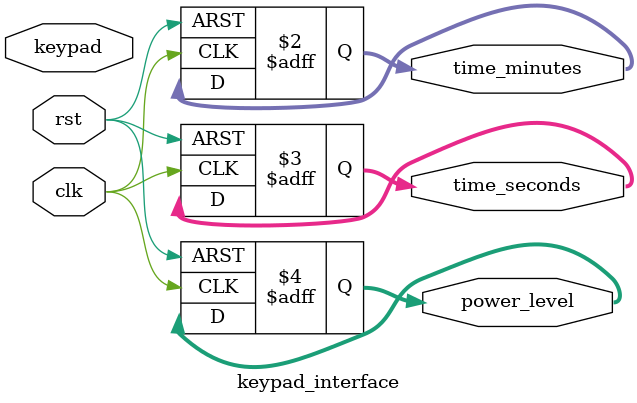
<source format=sv>
module keypad_interface (
    input wire clk,
    input wire rst,
    input wire [9:0] keypad,
    output reg [3:0] time_minutes,
    output reg [3:0] time_seconds,
    output reg [2:0] power_level
);
    // Keypad decoding logic
    always @(posedge clk or posedge rst) begin
        if (rst) begin
            time_minutes <= 4'd0;
            time_seconds <= 4'd0;
            power_level <= 3'd0;
        end else begin
            // Add decoding logic here
        end
    end
endmodule

</source>
